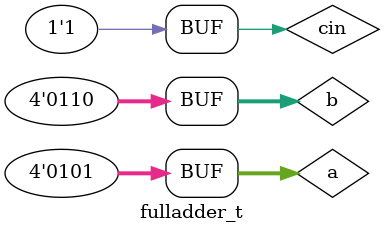
<source format=v>
`timescale 1ns/1ns
module fulladder_t();

parameter N = 4;
reg [N-1:0] a,b;
reg cin;
wire [N-1:0] sum;
wire cout;

fulladder #(N) f1 (sum,cout,cin,a,b);

initial begin

#10 
cin = 1'b0;
a = 1;
b = 1;
#20
cin = 1'b0;
a = 7;
b = 8;
#20
cin = 1'b0;
a = 6;
b = 9;
#20
cin = 1'b0;
a = 3;
b = 7;
#20
cin = 1'b1;
a = 4;
b = 4;
#20
cin = 1'b1;
a = 8;
b = 5;
#20
cin = 1'b1;
a = 2;
b = 3;
#20
cin = 1'b1;
a = 5;
b = 6;
end

endmodule





</source>
